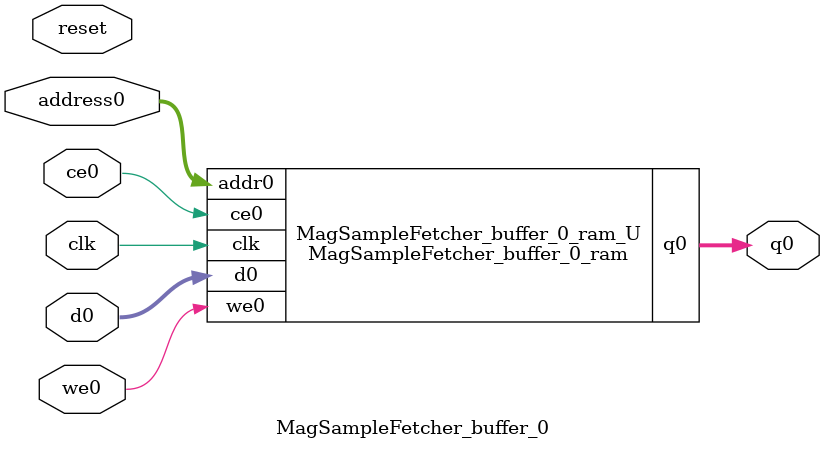
<source format=v>
`timescale 1 ns / 1 ps
module MagSampleFetcher_buffer_0_ram (addr0, ce0, d0, we0, q0,  clk);

parameter DWIDTH = 32;
parameter AWIDTH = 5;
parameter MEM_SIZE = 20;

input[AWIDTH-1:0] addr0;
input ce0;
input[DWIDTH-1:0] d0;
input we0;
output reg[DWIDTH-1:0] q0;
input clk;

reg [DWIDTH-1:0] ram[0:MEM_SIZE-1];




always @(posedge clk)  
begin 
    if (ce0) begin
        if (we0) 
            ram[addr0] <= d0; 
        q0 <= ram[addr0];
    end
end


endmodule

`timescale 1 ns / 1 ps
module MagSampleFetcher_buffer_0(
    reset,
    clk,
    address0,
    ce0,
    we0,
    d0,
    q0);

parameter DataWidth = 32'd32;
parameter AddressRange = 32'd20;
parameter AddressWidth = 32'd5;
input reset;
input clk;
input[AddressWidth - 1:0] address0;
input ce0;
input we0;
input[DataWidth - 1:0] d0;
output[DataWidth - 1:0] q0;



MagSampleFetcher_buffer_0_ram MagSampleFetcher_buffer_0_ram_U(
    .clk( clk ),
    .addr0( address0 ),
    .ce0( ce0 ),
    .we0( we0 ),
    .d0( d0 ),
    .q0( q0 ));

endmodule


</source>
